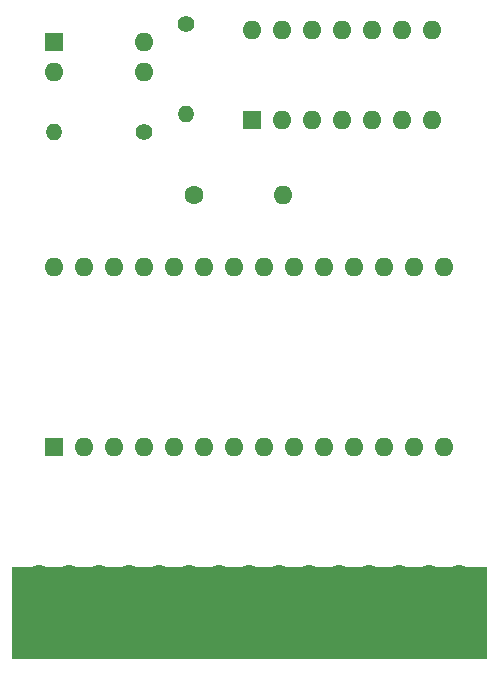
<source format=gbr>
G04 #@! TF.GenerationSoftware,KiCad,Pcbnew,(6.0.11)*
G04 #@! TF.CreationDate,2023-02-19T10:02:12-08:00*
G04 #@! TF.ProjectId,AtariCart,41746172-6943-4617-9274-2e6b69636164,rev?*
G04 #@! TF.SameCoordinates,Original*
G04 #@! TF.FileFunction,Soldermask,Bot*
G04 #@! TF.FilePolarity,Negative*
%FSLAX46Y46*%
G04 Gerber Fmt 4.6, Leading zero omitted, Abs format (unit mm)*
G04 Created by KiCad (PCBNEW (6.0.11)) date 2023-02-19 10:02:12*
%MOMM*%
%LPD*%
G01*
G04 APERTURE LIST*
G04 Aperture macros list*
%AMRoundRect*
0 Rectangle with rounded corners*
0 $1 Rounding radius*
0 $2 $3 $4 $5 $6 $7 $8 $9 X,Y pos of 4 corners*
0 Add a 4 corners polygon primitive as box body*
4,1,4,$2,$3,$4,$5,$6,$7,$8,$9,$2,$3,0*
0 Add four circle primitives for the rounded corners*
1,1,$1+$1,$2,$3*
1,1,$1+$1,$4,$5*
1,1,$1+$1,$6,$7*
1,1,$1+$1,$8,$9*
0 Add four rect primitives between the rounded corners*
20,1,$1+$1,$2,$3,$4,$5,0*
20,1,$1+$1,$4,$5,$6,$7,0*
20,1,$1+$1,$6,$7,$8,$9,0*
20,1,$1+$1,$8,$9,$2,$3,0*%
G04 Aperture macros list end*
%ADD10C,0.100000*%
%ADD11R,1.600000X1.600000*%
%ADD12O,1.600000X1.600000*%
%ADD13C,1.600000*%
%ADD14C,1.400000*%
%ADD15O,1.400000X1.400000*%
%ADD16RoundRect,1.000000X0.000000X-2.810000X0.000000X-2.810000X0.000000X2.810000X0.000000X2.810000X0*%
G04 APERTURE END LIST*
D10*
X25400000Y-74422000D02*
X65532000Y-74422000D01*
X65532000Y-74422000D02*
X65532000Y-82169000D01*
X65532000Y-82169000D02*
X25400000Y-82169000D01*
X25400000Y-82169000D02*
X25400000Y-74422000D01*
G36*
X25400000Y-74422000D02*
G01*
X65532000Y-74422000D01*
X65532000Y-82169000D01*
X25400000Y-82169000D01*
X25400000Y-74422000D01*
G37*
D11*
X28956000Y-64262000D03*
D12*
X31496000Y-64262000D03*
X34036000Y-64262000D03*
X36576000Y-64262000D03*
X39116000Y-64262000D03*
X41656000Y-64262000D03*
X44196000Y-64262000D03*
X46736000Y-64262000D03*
X49276000Y-64262000D03*
X51816000Y-64262000D03*
X54356000Y-64262000D03*
X56896000Y-64262000D03*
X59436000Y-64262000D03*
X61976000Y-64262000D03*
X61976000Y-49022000D03*
X59436000Y-49022000D03*
X56896000Y-49022000D03*
X54356000Y-49022000D03*
X51816000Y-49022000D03*
X49276000Y-49022000D03*
X46736000Y-49022000D03*
X44196000Y-49022000D03*
X41656000Y-49022000D03*
X39116000Y-49022000D03*
X36576000Y-49022000D03*
X34036000Y-49022000D03*
X31496000Y-49022000D03*
X28956000Y-49022000D03*
D11*
X45720000Y-36576000D03*
D12*
X48260000Y-36576000D03*
X50800000Y-36576000D03*
X53340000Y-36576000D03*
X55880000Y-36576000D03*
X58420000Y-36576000D03*
X60960000Y-36576000D03*
X60960000Y-28956000D03*
X58420000Y-28956000D03*
X55880000Y-28956000D03*
X53340000Y-28956000D03*
X50800000Y-28956000D03*
X48260000Y-28956000D03*
X45720000Y-28956000D03*
D11*
X28956000Y-29972000D03*
D12*
X28956000Y-32512000D03*
X36576000Y-32512000D03*
X36576000Y-29972000D03*
D13*
X40767000Y-42926000D03*
D12*
X48267000Y-42926000D03*
D14*
X36576000Y-37592000D03*
D15*
X28956000Y-37592000D03*
D14*
X40132000Y-28448000D03*
D15*
X40132000Y-36068000D03*
D16*
X27686000Y-78105000D03*
X30226000Y-78105000D03*
X32766000Y-78105000D03*
X35306000Y-78105000D03*
X37846000Y-78105000D03*
X40386000Y-78105000D03*
X42926000Y-78105000D03*
X45466000Y-78105000D03*
X48006000Y-78105000D03*
X50546000Y-78105000D03*
X53086000Y-78105000D03*
X55626000Y-78105000D03*
X58166000Y-78105000D03*
X60706000Y-78105000D03*
X63246000Y-78105000D03*
M02*

</source>
